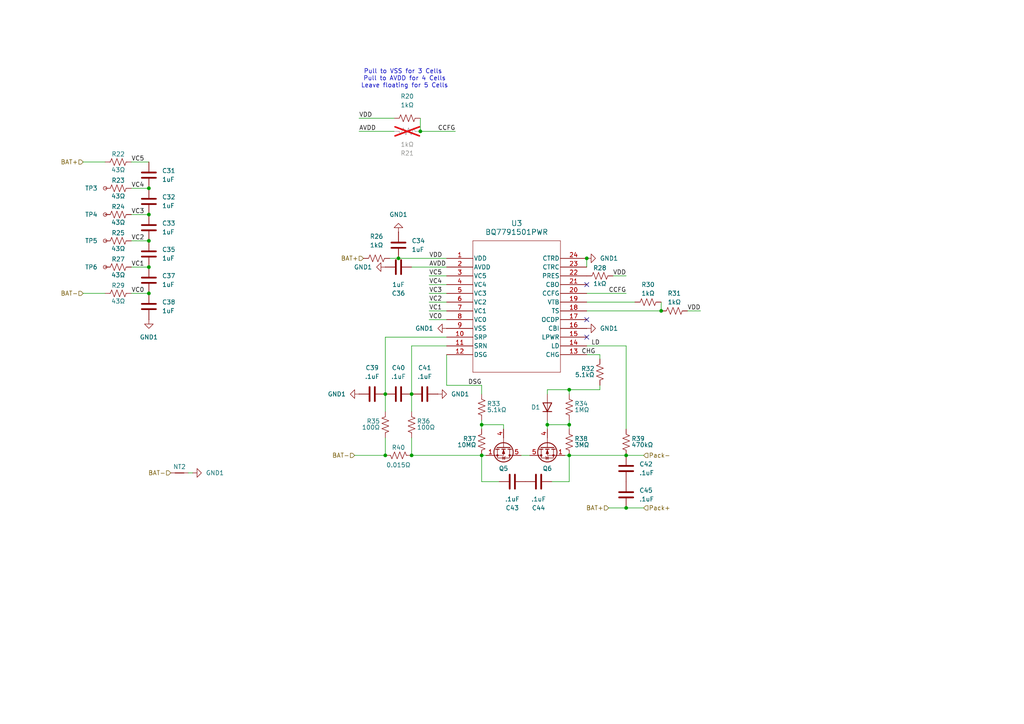
<source format=kicad_sch>
(kicad_sch (version 20231120) (generator "eeschema") (generator_version "8.0")
  (paper "A4")
  (lib_symbols
    (symbol "CM5IO:BQ7791500PWR" (pin_names (offset 0.254))
      (property "Reference" "U" (at 20.32 10.16 0))
      (property "Value" "BQ7791500PWR" (at 20.32 7.62 0))
      (symbol "BQ7791500PWR_0_1"
        (polyline (pts (xy 7.62 -33.02) (xy 33.02 -33.02)) (stroke (width 0.127)))
        (polyline (pts (xy 7.62 5.08) (xy 7.62 -33.02)) (stroke (width 0.127)))
        (polyline (pts (xy 33.02 -33.02) (xy 33.02 5.08)) (stroke (width 0.127)))
        (polyline (pts (xy 33.02 5.08) (xy 7.62 5.08)) (stroke (width 0.127)))
        (pin power_in line (at 0 0 0) (length 7.62) (name "VDD") (number "1"))
        (pin input line (at 0 -22.86 0) (length 7.62) (name "SRP") (number "10"))
        (pin input line (at 0 -25.4 0) (length 7.62) (name "SRN") (number "11"))
        (pin output line (at 0 -27.94 0) (length 7.62) (name "DSG") (number "12"))
        (pin output line (at 40.64 -27.94 180) (length 7.62) (name "CHG") (number "13"))
        (pin input line (at 40.64 -25.4 180) (length 7.62) (name "LD") (number "14"))
        (pin output line (at 40.64 -22.86 180) (length 7.62) (name "LPWR") (number "15"))
        (pin input line (at 40.64 -20.32 180) (length 7.62) (name "CBI") (number "16"))
        (pin input line (at 40.64 -17.78 180) (length 7.62) (name "OCDP") (number "17"))
        (pin input line (at 40.64 -15.24 180) (length 7.62) (name "TS") (number "18"))
        (pin output line (at 40.64 -12.7 180) (length 7.62) (name "VTB") (number "19"))
        (pin power_in line (at 0 -2.54 0) (length 7.62) (name "AVDD") (number "2"))
        (pin input line (at 40.64 -10.16 180) (length 7.62) (name "CCFG") (number "20"))
        (pin output line (at 40.64 -7.62 180) (length 7.62) (name "CBO") (number "21"))
        (pin input line (at 40.64 -5.08 180) (length 7.62) (name "PRES") (number "22"))
        (pin input line (at 40.64 -2.54 180) (length 7.62) (name "CTRC") (number "23"))
        (pin input line (at 40.64 0 180) (length 7.62) (name "CTRD") (number "24"))
        (pin input line (at 0 -5.08 0) (length 7.62) (name "VC5") (number "3"))
        (pin input line (at 0 -7.62 0) (length 7.62) (name "VC4") (number "4"))
        (pin input line (at 0 -10.16 0) (length 7.62) (name "VC3") (number "5"))
        (pin input line (at 0 -12.7 0) (length 7.62) (name "VC2") (number "6"))
        (pin input line (at 0 -15.24 0) (length 7.62) (name "VC1") (number "7"))
        (pin input line (at 0 -17.78 0) (length 7.62) (name "VC0") (number "8"))
        (pin power_in line (at 0 -20.32 0) (length 7.62) (name "VSS") (number "9"))
      )
    )
    (symbol "Connector:TestPoint_Small" (pin_numbers hide) (pin_names (offset 0.762) hide)
      (property "Reference" "TP" (at 0 3.81 0))
      (property "Value" "TestPoint_Small" (at 0 2.032 0))
      (symbol "TestPoint_Small_0_1"
        (circle (center 0 0) (radius 0.508))
      )
      (symbol "TestPoint_Small_1_1"
        (pin passive line (at 0 0 90) (length 0) (name "1") (number "1"))
      )
    )
    (symbol "Device:C" (pin_numbers hide) (pin_names (offset 0.254))
      (property "Reference" "C" (at 0.635 2.54 0))
      (property "Value" "C" (at 0.635 -2.54 0))
      (symbol "C_0_1"
        (polyline (pts (xy -2.032 -0.762) (xy 2.032 -0.762)) (stroke (width 0.508)))
        (polyline (pts (xy -2.032 0.762) (xy 2.032 0.762)) (stroke (width 0.508)))
      )
      (symbol "C_1_1"
        (pin passive line (at 0 3.81 270) (length 2.794) (name "~") (number "1"))
        (pin passive line (at 0 -3.81 90) (length 2.794) (name "~") (number "2"))
      )
    )
    (symbol "Device:D" (pin_numbers hide) (pin_names (offset 1.016) hide)
      (property "Reference" "D" (at 0 2.54 0))
      (property "Value" "D" (at 0 -2.54 0))
      (symbol "D_0_1"
        (polyline (pts (xy -1.27 1.27) (xy -1.27 -1.27)) (stroke (width 0.254)))
        (polyline (pts (xy 1.27 0) (xy -1.27 0)))
        (polyline (pts (xy 1.27 1.27) (xy 1.27 -1.27) (xy -1.27 0) (xy 1.27 1.27)) (stroke (width 0.254)))
      )
      (symbol "D_1_1"
        (pin passive line (at -3.81 0 0) (length 2.54) (name "K") (number "1"))
        (pin passive line (at 3.81 0 180) (length 2.54) (name "A") (number "2"))
      )
    )
    (symbol "Device:NetTie_2" (pin_numbers hide) (pin_names (offset 0) hide) (in_bom no)
      (property "Reference" "NT" (at 0 1.27 0))
      (property "Value" "NetTie_2" (at 0 -1.27 0))
      (symbol "NetTie_2_0_1"
        (polyline (pts (xy -1.27 0) (xy 1.27 0)) (stroke (width 0.254)))
      )
      (symbol "NetTie_2_1_1"
        (pin passive line (at -2.54 0 0) (length 2.54) (name "1") (number "1"))
        (pin passive line (at 2.54 0 180) (length 2.54) (name "2") (number "2"))
      )
    )
    (symbol "Device:R_US" (pin_numbers hide) (pin_names (offset 0))
      (property "Reference" "R" (at 2.54 0 90))
      (property "Value" "R_US" (at -2.54 0 90))
      (symbol "R_US_0_1"
        (polyline (pts (xy 0 -2.286) (xy 0 -2.54)))
        (polyline (pts (xy 0 2.286) (xy 0 2.54)))
        (polyline (pts (xy 0 -0.762) (xy 1.016 -1.143) (xy 0 -1.524) (xy -1.016 -1.905) (xy 0 -2.286)))
        (polyline (pts (xy 0 0.762) (xy 1.016 0.381) (xy 0 0) (xy -1.016 -0.381) (xy 0 -0.762)))
        (polyline (pts (xy 0 2.286) (xy 1.016 1.905) (xy 0 1.524) (xy -1.016 1.143) (xy 0 0.762)))
      )
      (symbol "R_US_1_1"
        (pin passive line (at 0 3.81 270) (length 1.27) (name "~") (number "1"))
        (pin passive line (at 0 -3.81 90) (length 1.27) (name "~") (number "2"))
      )
    )
    (symbol "Transistor_FET:CSD17577Q3A" (pin_names hide)
      (property "Reference" "Q" (at 5.08 1.905 0))
      (property "Value" "CSD17577Q3A" (at 5.08 0 0))
      (symbol "CSD17577Q3A_0_1"
        (polyline (pts (xy 0.254 0) (xy -2.54 0)))
        (polyline (pts (xy 0.254 1.905) (xy 0.254 -1.905)) (stroke (width 0.254)))
        (polyline (pts (xy 0.762 -1.27) (xy 0.762 -2.286)) (stroke (width 0.254)))
        (polyline (pts (xy 0.762 0.508) (xy 0.762 -0.508)) (stroke (width 0.254)))
        (polyline (pts (xy 0.762 2.286) (xy 0.762 1.27)) (stroke (width 0.254)))
        (polyline (pts (xy 2.54 2.54) (xy 2.54 1.778)))
        (polyline (pts (xy 2.54 -2.54) (xy 2.54 0) (xy 0.762 0)))
        (polyline (pts (xy 0.762 -1.778) (xy 3.302 -1.778) (xy 3.302 1.778) (xy 0.762 1.778)))
        (polyline (pts (xy 1.016 0) (xy 2.032 0.381) (xy 2.032 -0.381) (xy 1.016 0)) (fill (type outline)))
        (polyline (pts (xy 2.794 0.508) (xy 2.921 0.381) (xy 3.683 0.381) (xy 3.81 0.254)))
        (polyline (pts (xy 3.302 0.381) (xy 2.921 -0.254) (xy 3.683 -0.254) (xy 3.302 0.381)))
        (circle (center 1.651 0) (radius 2.794) (stroke (width 0.254)))
        (circle (center 2.54 -1.778) (radius 0.254) (fill (type outline)))
        (circle (center 2.54 1.778) (radius 0.254) (fill (type outline)))
      )
      (symbol "CSD17577Q3A_1_1"
        (pin passive line (at 2.54 -5.08 90) (length 2.54) (name "S") (number "1"))
        (pin passive line (at 2.54 -5.08 90) (length 2.54) hide (name "S") (number "2"))
        (pin passive line (at 2.54 -5.08 90) (length 2.54) hide (name "S") (number "3"))
        (pin passive line (at -5.08 0 0) (length 2.54) (name "G") (number "4"))
        (pin passive line (at 2.54 5.08 270) (length 2.54) (name "D") (number "5"))
      )
    )
    (symbol "power:GND1" (power) (pin_numbers hide) (pin_names (offset 0) hide)
      (property "Value" "GND1" (at 0 -3.81 0))
      (symbol "GND1_0_1"
        (polyline (pts (xy 0 0) (xy 0 -1.27) (xy 1.27 -1.27) (xy 0 -2.54) (xy -1.27 -1.27) (xy 0 -1.27)))
      )
      (symbol "GND1_1_1"
        (pin power_in line (at 0 0 270) (length 0) (name "~") (number "1"))
      )
    )
  )
  (junction (at 181.61 147.32))
  (junction (at 111.76 114.3))
  (junction (at 158.75 123.19))
  (junction (at 165.1 123.19))
  (junction (at 43.18 54.61))
  (junction (at 139.7 132.08))
  (junction (at 165.1 113.03))
  (junction (at 111.76 132.08))
  (junction (at 43.18 77.47))
  (junction (at 165.1 132.08))
  (junction (at 121.92 38.1))
  (junction (at 181.61 132.08))
  (junction (at 43.18 69.85))
  (junction (at 170.18 74.93))
  (junction (at 139.7 123.19))
  (junction (at 191.77 90.17))
  (junction (at 119.38 114.3))
  (junction (at 43.18 62.23))
  (junction (at 119.38 132.08))
  (junction (at 43.18 85.09))
  (junction (at 115.57 74.93))
  (no_connect (at 170.18 82.55))
  (no_connect (at 170.18 92.71))
  (no_connect (at 170.18 97.79))
  (wire (pts (xy 176.53 147.32) (xy 181.61 147.32)))
  (wire (pts (xy 121.92 34.29) (xy 121.92 38.1)))
  (wire (pts (xy 124.46 82.55) (xy 129.54 82.55)))
  (wire (pts (xy 24.13 46.99) (xy 30.48 46.99)))
  (wire (pts (xy 119.38 132.08) (xy 119.38 127)))
  (wire (pts (xy 124.46 87.63) (xy 129.54 87.63)))
  (wire (pts (xy 158.75 123.19) (xy 165.1 123.19)))
  (wire (pts (xy 104.14 34.29) (xy 114.3 34.29)))
  (wire (pts (xy 24.13 85.09) (xy 30.48 85.09)))
  (wire (pts (xy 129.54 97.79) (xy 111.76 97.79)))
  (wire (pts (xy 191.77 87.63) (xy 191.77 90.17)))
  (wire (pts (xy 199.39 90.17) (xy 203.2 90.17)))
  (wire (pts (xy 104.14 38.1) (xy 114.3 38.1)))
  (wire (pts (xy 121.92 38.1) (xy 132.08 38.1)))
  (wire (pts (xy 119.38 132.08) (xy 139.7 132.08)))
  (wire (pts (xy 181.61 147.32) (xy 186.69 147.32)))
  (wire (pts (xy 38.1 69.85) (xy 43.18 69.85)))
  (wire (pts (xy 124.46 90.17) (xy 129.54 90.17)))
  (wire (pts (xy 129.54 111.76) (xy 129.54 102.87)))
  (wire (pts (xy 111.76 132.08) (xy 111.76 127)))
  (wire (pts (xy 153.67 132.08) (xy 151.13 132.08)))
  (wire (pts (xy 158.75 123.19) (xy 158.75 124.46)))
  (wire (pts (xy 129.54 100.33) (xy 119.38 100.33)))
  (wire (pts (xy 170.18 74.93) (xy 170.18 77.47)))
  (wire (pts (xy 158.75 113.03) (xy 165.1 113.03)))
  (wire (pts (xy 139.7 123.19) (xy 146.05 123.19)))
  (wire (pts (xy 119.38 100.33) (xy 119.38 114.3)))
  (wire (pts (xy 173.99 113.03) (xy 173.99 111.76)))
  (wire (pts (xy 139.7 121.92) (xy 139.7 123.19)))
  (wire (pts (xy 146.05 123.19) (xy 146.05 124.46)))
  (wire (pts (xy 115.57 74.93) (xy 129.54 74.93)))
  (wire (pts (xy 177.8 80.01) (xy 181.61 80.01)))
  (wire (pts (xy 38.1 85.09) (xy 43.18 85.09)))
  (wire (pts (xy 165.1 113.03) (xy 165.1 114.3)))
  (wire (pts (xy 158.75 121.92) (xy 158.75 123.19)))
  (wire (pts (xy 170.18 90.17) (xy 191.77 90.17)))
  (wire (pts (xy 124.46 92.71) (xy 129.54 92.71)))
  (wire (pts (xy 170.18 87.63) (xy 184.15 87.63)))
  (wire (pts (xy 38.1 46.99) (xy 43.18 46.99)))
  (wire (pts (xy 139.7 114.3) (xy 139.7 111.76)))
  (wire (pts (xy 181.61 85.09) (xy 170.18 85.09)))
  (wire (pts (xy 160.02 139.7) (xy 165.1 139.7)))
  (wire (pts (xy 144.78 139.7) (xy 139.7 139.7)))
  (wire (pts (xy 165.1 123.19) (xy 165.1 124.46)))
  (wire (pts (xy 165.1 132.08) (xy 163.83 132.08)))
  (wire (pts (xy 111.76 97.79) (xy 111.76 114.3)))
  (wire (pts (xy 139.7 132.08) (xy 140.97 132.08)))
  (wire (pts (xy 119.38 114.3) (xy 119.38 119.38)))
  (wire (pts (xy 124.46 80.01) (xy 129.54 80.01)))
  (wire (pts (xy 165.1 132.08) (xy 181.61 132.08)))
  (wire (pts (xy 170.18 102.87) (xy 173.99 102.87)))
  (wire (pts (xy 165.1 139.7) (xy 165.1 132.08)))
  (wire (pts (xy 170.18 100.33) (xy 181.61 100.33)))
  (wire (pts (xy 181.61 132.08) (xy 186.69 132.08)))
  (wire (pts (xy 124.46 85.09) (xy 129.54 85.09)))
  (wire (pts (xy 165.1 121.92) (xy 165.1 123.19)))
  (wire (pts (xy 102.87 132.08) (xy 111.76 132.08)))
  (wire (pts (xy 139.7 132.08) (xy 139.7 139.7)))
  (wire (pts (xy 119.38 77.47) (xy 129.54 77.47)))
  (wire (pts (xy 54.61 137.16) (xy 55.88 137.16)))
  (wire (pts (xy 38.1 54.61) (xy 43.18 54.61)))
  (wire (pts (xy 111.76 114.3) (xy 111.76 119.38)))
  (wire (pts (xy 139.7 123.19) (xy 139.7 124.46)))
  (wire (pts (xy 181.61 124.46) (xy 181.61 100.33)))
  (wire (pts (xy 139.7 111.76) (xy 129.54 111.76)))
  (wire (pts (xy 173.99 113.03) (xy 165.1 113.03)))
  (wire (pts (xy 38.1 77.47) (xy 43.18 77.47)))
  (wire (pts (xy 173.99 102.87) (xy 173.99 104.14)))
  (wire (pts (xy 113.03 74.93) (xy 115.57 74.93)))
  (wire (pts (xy 158.75 113.03) (xy 158.75 114.3)))
  (wire (pts (xy 38.1 62.23) (xy 43.18 62.23)))
  (text "Pull to VSS for 3 Cells \nPull to AVDD for 4 Cells\nLeave floating for 5 Cells\n" (at 117.348 22.86 0) (effects (font (size 1.27 1.27))))
  (label "CHG" (at 172.72 102.87 180))
  (label "VDD" (at 203.2 90.17 180))
  (label "VC2" (at 124.46 87.63 0))
  (label "VC0" (at 124.46 92.71 0))
  (label "LD" (at 173.99 100.33 180))
  (label "VC0" (at 38.1 85.09 0))
  (label "VC1" (at 124.46 90.17 0))
  (label "VDD" (at 124.46 74.93 0))
  (label "VC1" (at 38.1 77.47 0))
  (label "DSG" (at 139.7 111.76 180))
  (label "AVDD" (at 104.14 38.1 0))
  (label "AVDD" (at 124.46 77.47 0))
  (label "VC4" (at 124.46 82.55 0))
  (label "VC4" (at 38.1 54.61 0))
  (label "VC5" (at 124.46 80.01 0))
  (label "VDD" (at 104.14 34.29 0))
  (label "VC2" (at 38.1 69.85 0))
  (label "CCFG" (at 132.08 38.1 180))
  (label "VDD" (at 181.61 80.01 180))
  (label "CCFG" (at 181.61 85.09 180))
  (label "VC3" (at 38.1 62.23 0))
  (label "VC3" (at 124.46 85.09 0))
  (label "VC5" (at 38.1 46.99 0))
  (hierarchical_label "Pack-" (shape input) (at 186.69 132.08 0))
  (hierarchical_label "BAT-" (shape input) (at 102.87 132.08 180))
  (hierarchical_label "BAT+" (shape input) (at 105.41 74.93 180))
  (hierarchical_label "BAT-" (shape input) (at 49.53 137.16 180))
  (hierarchical_label "BAT+" (shape input) (at 24.13 46.99 180))
  (hierarchical_label "Pack+" (shape input) (at 186.69 147.32 0))
  (hierarchical_label "BAT-" (shape input) (at 24.13 85.09 180))
  (hierarchical_label "BAT+" (shape input) (at 176.53 147.32 180))
  (symbol (lib_id "Device:C") (at 115.57 114.3 90) (unit 1)
    (property "Reference" "C40" (at 115.57 106.68 90))
    (property "Value" ".1uF" (at 115.57 109.22 90))
    (property "Footprint" "Capacitor_SMD:C_0402_1005Metric_Pad0.74x0.62mm_HandSolder" (effects (hide yes)))
    (property "Description" "Unpolarized capacitor" (effects (hide yes)))
    (instances (project "" (path "" (reference "C40") (unit 1))) (project "PiPortable" (path "" (reference "C27") (unit 1))))
  )
  (symbol (lib_id "Connector:TestPoint_Small") (at 30.48 77.47 0) (unit 1)
    (property "Reference" "TP6" (at 24.638 77.47 0) (effects (justify left)))
    (property "Value" "TestPoint_Small" (effects (hide yes)))
    (property "Footprint" "TestPoint:TestPoint_Pad_D1.0mm" (effects (hide yes)))
    (property "Description" "test point" (effects (hide yes)))
    (instances (project "" (path "" (reference "TP6") (unit 1))) (project "PiPortable" (path "" (reference "TP12") (unit 1))))
  )
  (symbol (lib_id "power:GND1") (at 170.18 95.25 90) (unit 1)
    (property "Reference" "#PWR038" (effects (hide yes)))
    (property "Value" "GND1" (at 173.99 95.2499 90) (effects (justify right)))
    (property "Description" "Power symbol creates a global label with name \"GND1\" , ground" (effects (hide yes)))
    (instances (project "" (path "" (reference "#PWR038") (unit 1))) (project "PiPortable" (path "" (reference "#PWR0103") (unit 1))))
  )
  (symbol (lib_id "Device:R_US") (at 111.76 123.19 0) (mirror y) (unit 1)
    (property "Reference" "R35" (at 110.236 122.174 0) (effects (justify left)))
    (property "Value" "100Ω" (at 110.236 123.952 0) (effects (justify left)))
    (property "Footprint" "Resistor_SMD:R_0402_1005Metric_Pad0.72x0.64mm_HandSolder" (effects (hide yes)))
    (property "Description" "Resistor, US symbol" (effects (hide yes)))
    (instances (project "" (path "" (reference "R35") (unit 1))) (project "PiPortable" (path "" (reference "R30") (unit 1))))
  )
  (symbol (lib_id "Device:R_US") (at 34.29 85.09 90) (unit 1)
    (property "Reference" "R29" (at 34.29 82.804 90))
    (property "Value" "43Ω" (at 34.29 87.376 90))
    (property "Footprint" "Resistor_SMD:R_0402_1005Metric_Pad0.72x0.64mm_HandSolder" (effects (hide yes)))
    (property "Description" "Resistor, US symbol" (effects (hide yes)))
    (instances (project "" (path "" (reference "R29") (unit 1))) (project "PiPortable" (path "" (reference "R24") (unit 1))))
  )
  (symbol (lib_id "Device:R_US") (at 165.1 118.11 0) (unit 1)
    (property "Reference" "R34" (at 166.624 117.094 0) (effects (justify left)))
    (property "Value" "1MΩ" (at 166.624 118.872 0) (effects (justify left)))
    (property "Footprint" "Resistor_SMD:R_0603_1608Metric_Pad0.98x0.95mm_HandSolder" (effects (hide yes)))
    (property "Description" "Resistor, US symbol" (effects (hide yes)))
    (instances (project "" (path "" (reference "R34") (unit 1))) (project "PiPortable" (path "" (reference "R29") (unit 1))))
  )
  (symbol (lib_id "Device:C") (at 43.18 73.66 0) (unit 1)
    (property "Reference" "C35" (at 46.99 72.3899 0) (effects (justify left)))
    (property "Value" "1uF" (at 46.99 74.9299 0) (effects (justify left)))
    (property "Footprint" "Capacitor_SMD:C_0402_1005Metric_Pad0.74x0.62mm_HandSolder" (effects (hide yes)))
    (property "Description" "Unpolarized capacitor" (effects (hide yes)))
    (instances (project "" (path "" (reference "C35") (unit 1))) (project "PiPortable" (path "" (reference "C22") (unit 1))))
  )
  (symbol (lib_id "Device:C") (at 148.59 139.7 90) (mirror x) (unit 1)
    (property "Reference" "C43" (at 148.59 147.32 90))
    (property "Value" ".1uF" (at 148.59 144.78 90))
    (property "Footprint" "Capacitor_SMD:C_0402_1005Metric_Pad0.74x0.62mm_HandSolder" (effects (hide yes)))
    (property "Description" "Unpolarized capacitor" (effects (hide yes)))
    (instances (project "" (path "" (reference "C43") (unit 1))) (project "PiPortable" (path "" (reference "C30") (unit 1))))
  )
  (symbol (lib_id "Device:R_US") (at 173.99 80.01 90) (unit 1)
    (property "Reference" "R28" (at 173.99 77.724 90))
    (property "Value" "1kΩ" (at 173.99 82.296 90))
    (property "Footprint" "Resistor_SMD:R_0402_1005Metric_Pad0.72x0.64mm_HandSolder" (effects (hide yes)))
    (property "Description" "Resistor, US symbol" (effects (hide yes)))
    (instances (project "" (path "" (reference "R28") (unit 1))) (project "PiPortable" (path "" (reference "R23") (unit 1))))
  )
  (symbol (lib_id "Device:C") (at 43.18 66.04 0) (unit 1)
    (property "Reference" "C33" (at 46.99 64.7699 0) (effects (justify left)))
    (property "Value" "1uF" (at 46.99 67.3099 0) (effects (justify left)))
    (property "Footprint" "Capacitor_SMD:C_0402_1005Metric_Pad0.74x0.62mm_HandSolder" (effects (hide yes)))
    (property "Description" "Unpolarized capacitor" (effects (hide yes)))
    (instances (project "" (path "" (reference "C33") (unit 1))) (project "PiPortable" (path "" (reference "C20") (unit 1))))
  )
  (symbol (lib_id "Device:R_US") (at 119.38 123.19 0) (unit 1)
    (property "Reference" "R36" (at 120.904 122.174 0) (effects (justify left)))
    (property "Value" "100Ω" (at 120.904 123.952 0) (effects (justify left)))
    (property "Footprint" "Resistor_SMD:R_0402_1005Metric_Pad0.72x0.64mm_HandSolder" (effects (hide yes)))
    (property "Description" "Resistor, US symbol" (effects (hide yes)))
    (instances (project "" (path "" (reference "R36") (unit 1))) (project "" (path "" (reference "R31") (unit 1))))
  )
  (symbol (lib_id "Device:R_US") (at 109.22 74.93 90) (unit 1)
    (property "Reference" "R26" (at 109.22 68.58 90))
    (property "Value" "1kΩ" (at 109.22 71.12 90))
    (property "Footprint" "Resistor_SMD:R_0402_1005Metric_Pad0.72x0.64mm_HandSolder" (effects (hide yes)))
    (property "Description" "Resistor, US symbol" (effects (hide yes)))
    (instances (project "" (path "" (reference "R26") (unit 1))) (project "PiPortable" (path "" (reference "R21") (unit 1))))
  )
  (symbol (lib_id "Device:D") (at 158.75 118.11 90) (unit 1)
    (property "Reference" "D1" (at 156.718 118.11 90) (effects (justify left)))
    (property "Value" "BAS16J,135 " (effects (hide yes)))
    (property "Footprint" "Diode_SMD:D_SOD-323F" (effects (hide yes)))
    (property "Description" "Diode" (effects (hide yes)))
    (property "Sim.Device" "D" (effects (hide yes)))
    (property "Sim.Pins" "1=K 2=A" (effects (hide yes)))
    (instances (project "" (path "" (reference "D1") (unit 1))) (project "" (path "" (reference "D4") (unit 1))))
  )
  (symbol (lib_id "Device:C") (at 123.19 114.3 90) (unit 1)
    (property "Reference" "C41" (at 123.19 106.68 90))
    (property "Value" ".1uF" (at 123.19 109.22 90))
    (property "Footprint" "Capacitor_SMD:C_0402_1005Metric_Pad0.74x0.62mm_HandSolder" (effects (hide yes)))
    (property "Description" "Unpolarized capacitor" (effects (hide yes)))
    (instances (project "" (path "" (reference "C41") (unit 1))) (project "PiPortable" (path "" (reference "C28") (unit 1))))
  )
  (symbol (lib_id "power:GND1") (at 170.18 74.93 90) (unit 1)
    (property "Reference" "#PWR034" (effects (hide yes)))
    (property "Value" "GND1" (at 173.99 74.9299 90) (effects (justify right)))
    (property "Description" "Power symbol creates a global label with name \"GND1\" , ground" (effects (hide yes)))
    (instances (project "" (path "" (reference "#PWR034") (unit 1))) (project "PiPortable" (path "" (reference "#PWR099") (unit 1))))
  )
  (symbol (lib_id "Device:R_US") (at 173.99 107.95 0) (mirror y) (unit 1)
    (property "Reference" "R32" (at 172.466 106.934 0) (effects (justify left)))
    (property "Value" "5.1kΩ" (at 172.466 108.712 0) (effects (justify left)))
    (property "Footprint" "Resistor_SMD:R_0402_1005Metric_Pad0.72x0.64mm_HandSolder" (effects (hide yes)))
    (property "Description" "Resistor, US symbol" (effects (hide yes)))
    (instances (project "" (path "" (reference "R32") (unit 1))) (project "PiPortable" (path "" (reference "R27") (unit 1))))
  )
  (symbol (lib_id "Device:R_US") (at 187.96 87.63 90) (unit 1)
    (property "Reference" "R30" (at 187.96 82.55 90))
    (property "Value" "1kΩ" (at 187.96 85.09 90))
    (property "Footprint" "Resistor_SMD:R_0402_1005Metric_Pad0.72x0.64mm_HandSolder" (effects (hide yes)))
    (property "Description" "Resistor, US symbol" (effects (hide yes)))
    (instances (project "" (path "" (reference "R30") (unit 1))) (project "PiPortable" (path "" (reference "R25") (unit 1))))
  )
  (symbol (lib_id "Device:R_US") (at 139.7 128.27 0) (mirror y) (unit 1)
    (property "Reference" "R37" (at 138.176 127.254 0) (effects (justify left)))
    (property "Value" "10MΩ" (at 138.176 129.032 0) (effects (justify left)))
    (property "Footprint" "Resistor_SMD:R_0603_1608Metric_Pad0.98x0.95mm_HandSolder" (effects (hide yes)))
    (property "Description" "Resistor, US symbol" (effects (hide yes)))
    (instances (project "" (path "" (reference "R37") (unit 1))) (project "PiPortable" (path "" (reference "R32") (unit 1))))
  )
  (symbol (lib_id "Connector:TestPoint_Small") (at 30.48 62.23 0) (unit 1)
    (property "Reference" "TP4" (at 24.638 62.23 0) (effects (justify left)))
    (property "Value" "TestPoint_Small" (effects (hide yes)))
    (property "Footprint" "TestPoint:TestPoint_Pad_D1.0mm" (effects (hide yes)))
    (property "Description" "test point" (effects (hide yes)))
    (instances (project "" (path "" (reference "TP4") (unit 1))) (project "PiPortable" (path "" (reference "TP10") (unit 1))))
  )
  (symbol (lib_id "Device:C") (at 107.95 114.3 270) (mirror x) (unit 1)
    (property "Reference" "C39" (at 107.95 106.68 90))
    (property "Value" ".1uF" (at 107.95 109.22 90))
    (property "Footprint" "Capacitor_SMD:C_0402_1005Metric_Pad0.74x0.62mm_HandSolder" (effects (hide yes)))
    (property "Description" "Unpolarized capacitor" (effects (hide yes)))
    (instances (project "" (path "" (reference "C39") (unit 1))) (project "PiPortable" (path "" (reference "C26") (unit 1))))
  )
  (symbol (lib_id "Device:R_US") (at 34.29 69.85 90) (unit 1)
    (property "Reference" "R25" (at 34.29 67.564 90))
    (property "Value" "43Ω" (at 34.29 72.136 90))
    (property "Footprint" "Resistor_SMD:R_0402_1005Metric_Pad0.72x0.64mm_HandSolder" (effects (hide yes)))
    (property "Description" "Resistor, US symbol" (effects (hide yes)))
    (instances (project "" (path "" (reference "R25") (unit 1))) (project "PiPortable" (path "" (reference "R20") (unit 1))))
  )
  (symbol (lib_id "Device:C") (at 156.21 139.7 90) (mirror x) (unit 1)
    (property "Reference" "C44" (at 156.21 147.32 90))
    (property "Value" ".1uF" (at 156.21 144.78 90))
    (property "Footprint" "Capacitor_SMD:C_0402_1005Metric_Pad0.74x0.62mm_HandSolder" (effects (hide yes)))
    (property "Description" "Unpolarized capacitor" (effects (hide yes)))
    (instances (project "" (path "" (reference "C44") (unit 1))) (project "PiPortable" (path "" (reference "C31") (unit 1))))
  )
  (symbol (lib_id "Device:R_US") (at 34.29 62.23 90) (unit 1)
    (property "Reference" "R24" (at 34.29 59.944 90))
    (property "Value" "43Ω" (at 34.29 64.516 90))
    (property "Footprint" "Resistor_SMD:R_0402_1005Metric_Pad0.72x0.64mm_HandSolder" (effects (hide yes)))
    (property "Description" "Resistor, US symbol" (effects (hide yes)))
    (instances (project "" (path "" (reference "R24") (unit 1))) (project "PiPortable" (path "" (reference "R19") (unit 1))))
  )
  (symbol (lib_id "CM5IO:BQ7791500PWR") (at 129.54 74.93 0) (unit 1)
    (property "Reference" "U3" (at 149.86 64.77 0) (effects (font (size 1.524 1.524))))
    (property "Value" "BQ7791501PWR" (at 149.86 67.31 0) (effects (font (size 1.524 1.524))))
    (property "Footprint" "CM5IO:PW24_TEX" (effects (hide yes)))
    (property "Datasheet" "BQ7791500PWR" (effects (hide yes)))
    (instances (project "" (path "" (reference "U3") (unit 1))) (project "" (path "" (reference "U15") (unit 1))))
  )
  (symbol (lib_id "Device:NetTie_2") (at 52.07 137.16 0) (unit 1) (in_bom no)
    (property "Reference" "NT2" (at 52.07 135.382 0))
    (property "Value" "NetTie_2" (effects (hide yes)))
    (property "Footprint" "NetTie:NetTie-2_SMD_Pad2.0mm" (effects (hide yes)))
    (property "Description" "Net tie, 2 pins" (effects (hide yes)))
    (instances (project "" (path "" (reference "NT2") (unit 1))) (project "" (path "" (reference "NT1") (unit 1))))
  )
  (symbol (lib_id "Device:R_US") (at 181.61 128.27 0) (unit 1)
    (property "Reference" "R39" (at 183.134 127.254 0) (effects (justify left)))
    (property "Value" "470kΩ" (at 183.134 129.032 0) (effects (justify left)))
    (property "Footprint" "Resistor_SMD:R_0402_1005Metric_Pad0.72x0.64mm_HandSolder" (effects (hide yes)))
    (property "Description" "Resistor, US symbol" (effects (hide yes)))
    (instances (project "" (path "" (reference "R39") (unit 1))) (project "PiPortable" (path "" (reference "R34") (unit 1))))
  )
  (symbol (lib_id "power:GND1") (at 55.88 137.16 90) (unit 1)
    (property "Reference" "#PWR041" (effects (hide yes)))
    (property "Value" "GND1" (at 59.69 137.1599 90) (effects (justify right)))
    (property "Description" "Power symbol creates a global label with name \"GND1\" , ground" (effects (hide yes)))
    (instances (project "" (path "" (reference "#PWR041") (unit 1))) (project "PiPortable" (path "" (reference "#PWR0106") (unit 1))))
  )
  (symbol (lib_id "power:GND1") (at 129.54 95.25 270) (unit 1)
    (property "Reference" "#PWR037" (effects (hide yes)))
    (property "Value" "GND1" (at 125.73 95.2499 90) (effects (justify right)))
    (property "Description" "Power symbol creates a global label with name \"GND1\" , ground" (effects (hide yes)))
    (instances (project "" (path "" (reference "#PWR037") (unit 1))) (project "PiPortable" (path "" (reference "#PWR0102") (unit 1))))
  )
  (symbol (lib_id "Device:R_US") (at 34.29 46.99 90) (unit 1)
    (property "Reference" "R22" (at 34.29 44.704 90))
    (property "Value" "43Ω" (at 34.29 49.276 90))
    (property "Footprint" "Resistor_SMD:R_0402_1005Metric_Pad0.72x0.64mm_HandSolder" (effects (hide yes)))
    (property "Description" "Resistor, US symbol" (effects (hide yes)))
    (instances (project "" (path "" (reference "R22") (unit 1))) (project "PiPortable" (path "" (reference "R17") (unit 1))))
  )
  (symbol (lib_id "Device:C") (at 43.18 58.42 0) (unit 1)
    (property "Reference" "C32" (at 46.99 57.1499 0) (effects (justify left)))
    (property "Value" "1uF" (at 46.99 59.6899 0) (effects (justify left)))
    (property "Footprint" "Capacitor_SMD:C_0402_1005Metric_Pad0.74x0.62mm_HandSolder" (effects (hide yes)))
    (property "Description" "Unpolarized capacitor" (effects (hide yes)))
    (instances (project "" (path "" (reference "C32") (unit 1))) (project "PiPortable" (path "" (reference "C19") (unit 1))))
  )
  (symbol (lib_id "Device:R_US") (at 34.29 77.47 90) (unit 1)
    (property "Reference" "R27" (at 34.29 75.184 90))
    (property "Value" "43Ω" (at 34.29 79.756 90))
    (property "Footprint" "Resistor_SMD:R_0402_1005Metric_Pad0.72x0.64mm_HandSolder" (effects (hide yes)))
    (property "Description" "Resistor, US symbol" (effects (hide yes)))
    (instances (project "" (path "" (reference "R27") (unit 1))) (project "PiPortable" (path "" (reference "R22") (unit 1))))
  )
  (symbol (lib_id "Connector:TestPoint_Small") (at 30.48 69.85 0) (unit 1)
    (property "Reference" "TP5" (at 24.638 69.85 0) (effects (justify left)))
    (property "Value" "TestPoint_Small" (effects (hide yes)))
    (property "Footprint" "TestPoint:TestPoint_Pad_D1.0mm" (effects (hide yes)))
    (property "Description" "test point" (effects (hide yes)))
    (instances (project "" (path "" (reference "TP5") (unit 1))) (project "PiPortable" (path "" (reference "TP11") (unit 1))))
  )
  (symbol (lib_id "Device:R_US") (at 165.1 128.27 0) (unit 1)
    (property "Reference" "R38" (at 166.624 127.254 0) (effects (justify left)))
    (property "Value" "3MΩ" (at 166.624 129.032 0) (effects (justify left)))
    (property "Footprint" "Resistor_SMD:R_0603_1608Metric_Pad0.98x0.95mm_HandSolder" (effects (hide yes)))
    (property "Description" "Resistor, US symbol" (effects (hide yes)))
    (instances (project "" (path "" (reference "R38") (unit 1))) (project "PiPortable" (path "" (reference "R33") (unit 1))))
  )
  (symbol (lib_id "Transistor_FET:CSD17577Q3A") (at 158.75 129.54 90) (mirror x) (unit 1)
    (property "Reference" "Q6" (at 158.75 135.89 90))
    (property "Value" "CSD17577Q3A" (effects (hide yes)))
    (property "Footprint" "Package_SON:VSON-8_3.3x3.3mm_P0.65mm_NexFET" (effects (hide yes)))
    (property "Datasheet" "https://www.ti.com/lit/ds/symlink/csd17577q3a.pdf" (effects (hide yes)))
    (property "Description" "35A Id, 30V Vds, NexFET N-Channel Power MOSFET, 4.0mOhm Ron, Qg Typ 12nC, VSON-8 3.3x3.3mm" (effects (hide yes)))
    (instances (project "" (path "" (reference "Q6") (unit 1))) (project "PiPortable" (path "" (reference "Q4") (unit 1))))
  )
  (symbol (lib_id "Device:C") (at 43.18 88.9 0) (unit 1)
    (property "Reference" "C38" (at 46.99 87.6299 0) (effects (justify left)))
    (property "Value" "1uF" (at 46.99 90.1699 0) (effects (justify left)))
    (property "Footprint" "Capacitor_SMD:C_0402_1005Metric_Pad0.74x0.62mm_HandSolder" (effects (hide yes)))
    (property "Description" "Unpolarized capacitor" (effects (hide yes)))
    (instances (project "" (path "" (reference "C38") (unit 1))) (project "PiPortable" (path "" (reference "C25") (unit 1))))
  )
  (symbol (lib_id "power:GND1") (at 115.57 67.31 180) (unit 1)
    (property "Reference" "#PWR033" (effects (hide yes)))
    (property "Value" "GND1" (at 115.57 62.23 0))
    (property "Description" "Power symbol creates a global label with name \"GND1\" , ground" (effects (hide yes)))
    (instances (project "" (path "" (reference "#PWR033") (unit 1))) (project "PiPortable" (path "" (reference "#PWR098") (unit 1))))
  )
  (symbol (lib_id "Device:R_US") (at 118.11 38.1 270) (mirror x) (unit 1) (dnp yes)
    (property "Reference" "R21" (at 118.11 44.45 90))
    (property "Value" "1kΩ" (at 118.11 41.91 90))
    (property "Footprint" "Resistor_SMD:R_0402_1005Metric_Pad0.72x0.64mm_HandSolder" (effects (hide yes)))
    (property "Description" "Resistor, US symbol" (effects (hide yes)))
    (instances (project "" (path "" (reference "R21") (unit 1))) (project "PiPortable" (path "" (reference "R16") (unit 1))))
  )
  (symbol (lib_id "Device:R_US") (at 195.58 90.17 90) (unit 1)
    (property "Reference" "R31" (at 195.58 85.09 90))
    (property "Value" "1kΩ" (at 195.58 87.63 90))
    (property "Footprint" "Resistor_SMD:R_0402_1005Metric_Pad0.72x0.64mm_HandSolder" (effects (hide yes)))
    (property "Description" "Resistor, US symbol" (effects (hide yes)))
    (instances (project "" (path "" (reference "R31") (unit 1))) (project "PiPortable" (path "" (reference "R26") (unit 1))))
  )
  (symbol (lib_id "power:GND1") (at 111.76 77.47 270) (unit 1)
    (property "Reference" "#PWR035" (effects (hide yes)))
    (property "Value" "GND1" (at 107.95 77.4699 90) (effects (justify right)))
    (property "Description" "Power symbol creates a global label with name \"GND1\" , ground" (effects (hide yes)))
    (instances (project "" (path "" (reference "#PWR035") (unit 1))) (project "PiPortable" (path "" (reference "#PWR0100") (unit 1))))
  )
  (symbol (lib_id "Device:C") (at 181.61 143.51 0) (unit 1)
    (property "Reference" "C45" (at 185.42 142.2399 0) (effects (justify left)))
    (property "Value" ".1uF" (at 185.42 144.7799 0) (effects (justify left)))
    (property "Footprint" "Capacitor_SMD:C_0402_1005Metric_Pad0.74x0.62mm_HandSolder" (effects (hide yes)))
    (property "Description" "Unpolarized capacitor" (effects (hide yes)))
    (instances (project "" (path "" (reference "C45") (unit 1))) (project "PiPortable" (path "" (reference "C32") (unit 1))))
  )
  (symbol (lib_id "Connector:TestPoint_Small") (at 30.48 54.61 0) (unit 1)
    (property "Reference" "TP3" (at 24.638 54.61 0) (effects (justify left)))
    (property "Value" "TestPoint_Small" (effects (hide yes)))
    (property "Footprint" "TestPoint:TestPoint_Pad_D1.0mm" (effects (hide yes)))
    (property "Description" "test point" (effects (hide yes)))
    (instances (project "" (path "" (reference "TP3") (unit 1))) (project "PiPortable" (path "" (reference "TP9") (unit 1))))
  )
  (symbol (lib_id "Device:R_US") (at 139.7 118.11 0) (unit 1)
    (property "Reference" "R33" (at 141.224 117.094 0) (effects (justify left)))
    (property "Value" "5.1kΩ" (at 141.224 118.872 0) (effects (justify left)))
    (property "Footprint" "Resistor_SMD:R_0402_1005Metric_Pad0.72x0.64mm_HandSolder" (effects (hide yes)))
    (property "Description" "Resistor, US symbol" (effects (hide yes)))
    (instances (project "" (path "" (reference "R33") (unit 1))) (project "PiPortable" (path "" (reference "R28") (unit 1))))
  )
  (symbol (lib_id "power:GND1") (at 127 114.3 90) (unit 1)
    (property "Reference" "#PWR040" (effects (hide yes)))
    (property "Value" "GND1" (at 130.81 114.2999 90) (effects (justify right)))
    (property "Description" "Power symbol creates a global label with name \"GND1\" , ground" (effects (hide yes)))
    (instances (project "" (path "" (reference "#PWR040") (unit 1))) (project "PiPortable" (path "" (reference "#PWR0105") (unit 1))))
  )
  (symbol (lib_id "Device:C") (at 115.57 77.47 90) (unit 1)
    (property "Reference" "C36" (at 115.57 85.09 90))
    (property "Value" "1uF" (at 115.57 82.55 90))
    (property "Footprint" "Capacitor_SMD:C_0402_1005Metric_Pad0.74x0.62mm_HandSolder" (effects (hide yes)))
    (property "Description" "Unpolarized capacitor" (effects (hide yes)))
    (instances (project "" (path "" (reference "C36") (unit 1))) (project "PiPortable" (path "" (reference "C23") (unit 1))))
  )
  (symbol (lib_id "Device:C") (at 181.61 135.89 0) (unit 1)
    (property "Reference" "C42" (at 185.42 134.6199 0) (effects (justify left)))
    (property "Value" ".1uF" (at 185.42 137.1599 0) (effects (justify left)))
    (property "Footprint" "Capacitor_SMD:C_0402_1005Metric_Pad0.74x0.62mm_HandSolder" (effects (hide yes)))
    (property "Description" "Unpolarized capacitor" (effects (hide yes)))
    (instances (project "" (path "" (reference "C42") (unit 1))) (project "PiPortable" (path "" (reference "C29") (unit 1))))
  )
  (symbol (lib_id "Device:R_US") (at 115.57 132.08 270) (mirror x) (unit 1)
    (property "Reference" "R40" (at 115.57 129.794 90))
    (property "Value" "0.015Ω" (at 115.57 134.874 90))
    (property "Footprint" "Resistor_SMD:R_0805_2012Metric_Pad1.20x1.40mm_HandSolder" (effects (hide yes)))
    (property "Description" "Resistor, US symbol" (effects (hide yes)))
    (instances (project "" (path "" (reference "R40") (unit 1))) (project "" (path "" (reference "R35") (unit 1))))
  )
  (symbol (lib_id "Device:C") (at 43.18 50.8 0) (unit 1)
    (property "Reference" "C31" (at 46.99 49.5299 0) (effects (justify left)))
    (property "Value" "1uF" (at 46.99 52.0699 0) (effects (justify left)))
    (property "Footprint" "Capacitor_SMD:C_0402_1005Metric_Pad0.74x0.62mm_HandSolder" (effects (hide yes)))
    (property "Description" "Unpolarized capacitor" (effects (hide yes)))
    (instances (project "" (path "" (reference "C31") (unit 1))) (project "PiPortable" (path "" (reference "C18") (unit 1))))
  )
  (symbol (lib_id "power:GND1") (at 104.14 114.3 270) (unit 1)
    (property "Reference" "#PWR039" (effects (hide yes)))
    (property "Value" "GND1" (at 100.33 114.2999 90) (effects (justify right)))
    (property "Description" "Power symbol creates a global label with name \"GND1\" , ground" (effects (hide yes)))
    (instances (project "" (path "" (reference "#PWR039") (unit 1))) (project "PiPortable" (path "" (reference "#PWR0104") (unit 1))))
  )
  (symbol (lib_id "Device:C") (at 43.18 81.28 0) (unit 1)
    (property "Reference" "C37" (at 46.99 80.0099 0) (effects (justify left)))
    (property "Value" "1uF" (at 46.99 82.5499 0) (effects (justify left)))
    (property "Footprint" "Capacitor_SMD:C_0402_1005Metric_Pad0.74x0.62mm_HandSolder" (effects (hide yes)))
    (property "Description" "Unpolarized capacitor" (effects (hide yes)))
    (instances (project "" (path "" (reference "C37") (unit 1))) (project "PiPortable" (path "" (reference "C24") (unit 1))))
  )
  (symbol (lib_id "Transistor_FET:CSD17577Q3A") (at 146.05 129.54 270) (unit 1)
    (property "Reference" "Q5" (at 146.05 135.89 90))
    (property "Value" "CSD17577Q3A" (effects (hide yes)))
    (property "Footprint" "Package_SON:VSON-8_3.3x3.3mm_P0.65mm_NexFET" (effects (hide yes)))
    (property "Datasheet" "https://www.ti.com/lit/ds/symlink/csd17577q3a.pdf" (effects (hide yes)))
    (property "Description" "35A Id, 30V Vds, NexFET N-Channel Power MOSFET, 4.0mOhm Ron, Qg Typ 12nC, VSON-8 3.3x3.3mm" (effects (hide yes)))
    (instances (project "" (path "" (reference "Q5") (unit 1))) (project "PiPortable" (path "" (reference "Q3") (unit 1))))
  )
  (symbol (lib_id "Device:R_US") (at 118.11 34.29 90) (unit 1)
    (property "Reference" "R20" (at 118.11 27.94 90))
    (property "Value" "1kΩ" (at 118.11 30.48 90))
    (property "Footprint" "Resistor_SMD:R_0402_1005Metric_Pad0.72x0.64mm_HandSolder" (effects (hide yes)))
    (property "Description" "Resistor, US symbol" (effects (hide yes)))
    (instances (project "" (path "" (reference "R20") (unit 1))) (project "PiPortable" (path "" (reference "R15") (unit 1))))
  )
  (symbol (lib_id "Device:C") (at 115.57 71.12 0) (unit 1)
    (property "Reference" "C34" (at 119.38 69.8499 0) (effects (justify left)))
    (property "Value" "1uF" (at 119.38 72.3899 0) (effects (justify left)))
    (property "Footprint" "Capacitor_SMD:C_0402_1005Metric_Pad0.74x0.62mm_HandSolder" (effects (hide yes)))
    (property "Description" "Unpolarized capacitor" (effects (hide yes)))
    (instances (project "" (path "" (reference "C34") (unit 1))) (project "" (path "" (reference "C21") (unit 1))))
  )
  (symbol (lib_id "Device:R_US") (at 34.29 54.61 90) (unit 1)
    (property "Reference" "R23" (at 34.29 52.324 90))
    (property "Value" "43Ω" (at 34.29 56.896 90))
    (property "Footprint" "Resistor_SMD:R_0402_1005Metric_Pad0.72x0.64mm_HandSolder" (effects (hide yes)))
    (property "Description" "Resistor, US symbol" (effects (hide yes)))
    (instances (project "" (path "" (reference "R23") (unit 1))) (project "PiPortable" (path "" (reference "R18") (unit 1))))
  )
  (symbol (lib_id "power:GND1") (at 43.18 92.71 0) (unit 1)
    (property "Reference" "#PWR036" (effects (hide yes)))
    (property "Value" "GND1" (at 43.18 97.79 0))
    (property "Description" "Power symbol creates a global label with name \"GND1\" , ground" (effects (hide yes)))
    (instances (project "" (path "" (reference "#PWR036") (unit 1))) (project "PiPortable" (path "" (reference "#PWR0101") (unit 1))))
  )
)
</source>
